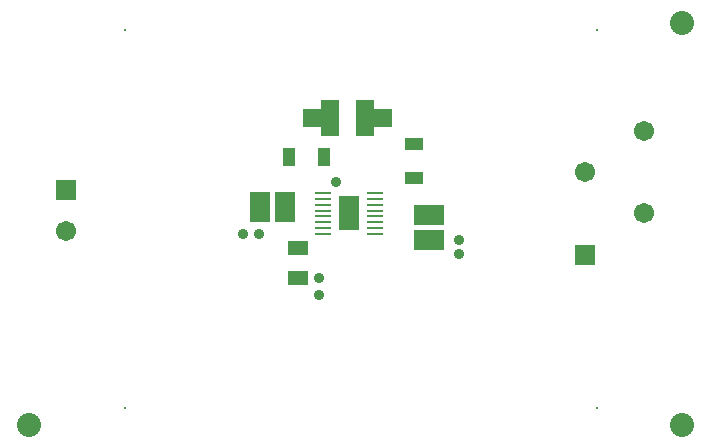
<source format=gts>
G04*
G04 #@! TF.GenerationSoftware,Altium Limited,Altium Designer,24.6.1 (21)*
G04*
G04 Layer_Color=8388736*
%FSLAX44Y44*%
%MOMM*%
G71*
G04*
G04 #@! TF.SameCoordinates,FB7811C6-C1BC-4142-BEB3-519EFFB23591*
G04*
G04*
G04 #@! TF.FilePolarity,Negative*
G04*
G01*
G75*
%ADD16R,1.3970X0.2794*%
%ADD17C,1.6031*%
%ADD18R,1.6000X1.0500*%
%ADD19R,2.6062X1.7029*%
%ADD20R,1.7062X1.1546*%
%ADD21R,1.7029X2.6062*%
%ADD22R,1.0500X1.6000*%
%ADD24R,1.6510X2.8448*%
%ADD25C,2.0320*%
%ADD26R,1.7112X1.7112*%
%ADD27C,1.7112*%
%ADD28C,0.2032*%
%ADD29C,0.9032*%
%ADD30C,0.7032*%
G36*
X291344Y285719D02*
X276344D01*
Y293219D01*
X261344D01*
Y308219D01*
X276344D01*
Y315719D01*
X291344D01*
Y285719D01*
D02*
G37*
G36*
X321344Y308219D02*
X336344D01*
Y293219D01*
X321344D01*
Y285719D01*
X306344D01*
Y315719D01*
X321344D01*
Y308219D01*
D02*
G37*
D16*
X321844Y237500D02*
D03*
Y232500D02*
D03*
Y227500D02*
D03*
Y222500D02*
D03*
Y217500D02*
D03*
Y212500D02*
D03*
Y207500D02*
D03*
Y202500D02*
D03*
X278156Y202500D02*
D03*
Y207500D02*
D03*
Y212500D02*
D03*
Y217500D02*
D03*
Y222500D02*
D03*
Y227500D02*
D03*
Y232500D02*
D03*
Y237500D02*
D03*
D17*
X315250Y300250D02*
D03*
X282437Y301187D02*
D03*
D18*
X355000Y279250D02*
D03*
Y249750D02*
D03*
D19*
X367500Y218500D02*
D03*
Y197488D02*
D03*
D20*
X256500Y165242D02*
D03*
Y190758D02*
D03*
D21*
X245750Y225250D02*
D03*
X224738D02*
D03*
D22*
X249250Y268000D02*
D03*
X278750D02*
D03*
D24*
X300000Y220000D02*
D03*
D25*
X581660Y381390D02*
D03*
X29000Y40640D02*
D03*
X581660D02*
D03*
Y381390D02*
D03*
Y40640D02*
D03*
X29000D02*
D03*
D26*
X500000Y185000D02*
D03*
X60000Y240000D02*
D03*
D27*
X550000Y220000D02*
D03*
X500000Y255000D02*
D03*
X550000Y290000D02*
D03*
X60000Y205000D02*
D03*
D28*
X510000Y375000D02*
D03*
X110000Y55000D02*
D03*
X510000D02*
D03*
X110000Y375000D02*
D03*
D29*
X274250Y151250D02*
D03*
X288750Y247000D02*
D03*
X210000Y202500D02*
D03*
X223750Y202250D02*
D03*
X274500Y165250D02*
D03*
X393250Y197500D02*
D03*
X393500Y185500D02*
D03*
D30*
X299750Y212250D02*
D03*
Y226000D02*
D03*
M02*

</source>
